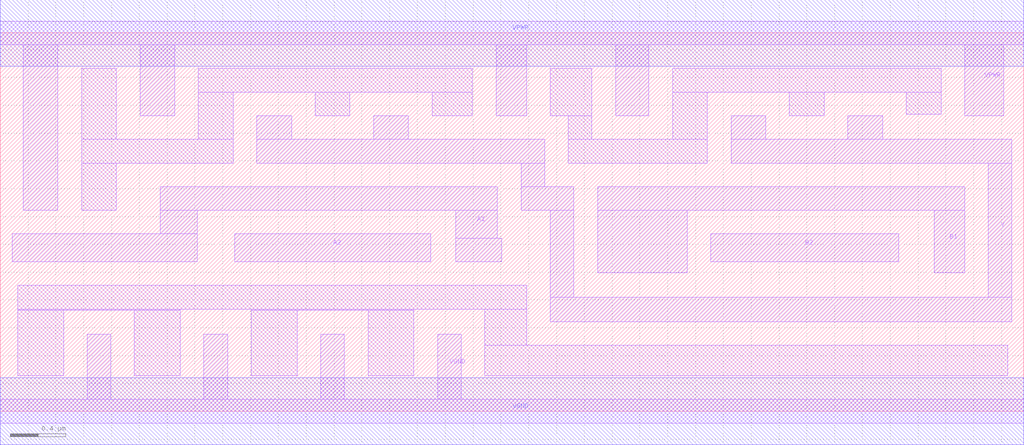
<source format=lef>
# Copyright 2020 The SkyWater PDK Authors
#
# Licensed under the Apache License, Version 2.0 (the "License");
# you may not use this file except in compliance with the License.
# You may obtain a copy of the License at
#
#     https://www.apache.org/licenses/LICENSE-2.0
#
# Unless required by applicable law or agreed to in writing, software
# distributed under the License is distributed on an "AS IS" BASIS,
# WITHOUT WARRANTIES OR CONDITIONS OF ANY KIND, either express or implied.
# See the License for the specific language governing permissions and
# limitations under the License.
#
# SPDX-License-Identifier: Apache-2.0

VERSION 5.5 ;
NAMESCASESENSITIVE ON ;
BUSBITCHARS "[]" ;
DIVIDERCHAR "/" ;
MACRO sky130_fd_sc_hd__o22ai_4
  CLASS CORE ;
  SOURCE USER ;
  ORIGIN  0.000000  0.000000 ;
  SIZE  7.360000 BY  2.720000 ;
  SYMMETRY X Y R90 ;
  SITE unithd ;
  PIN A1
    ANTENNAGATEAREA  0.990000 ;
    DIRECTION INPUT ;
    USE SIGNAL ;
    PORT
      LAYER li1 ;
        RECT 0.085000 1.075000 1.415000 1.275000 ;
        RECT 1.150000 1.275000 1.415000 1.445000 ;
        RECT 1.150000 1.445000 3.575000 1.615000 ;
        RECT 3.275000 1.075000 3.605000 1.245000 ;
        RECT 3.275000 1.245000 3.575000 1.445000 ;
    END
  END A1
  PIN A2
    ANTENNAGATEAREA  0.990000 ;
    DIRECTION INPUT ;
    USE SIGNAL ;
    PORT
      LAYER li1 ;
        RECT 1.685000 1.075000 3.095000 1.275000 ;
    END
  END A2
  PIN B1
    ANTENNAGATEAREA  0.990000 ;
    DIRECTION INPUT ;
    USE SIGNAL ;
    PORT
      LAYER li1 ;
        RECT 4.295000 0.995000 4.940000 1.445000 ;
        RECT 4.295000 1.445000 6.935000 1.615000 ;
        RECT 6.715000 0.995000 6.935000 1.445000 ;
    END
  END B1
  PIN B2
    ANTENNAGATEAREA  0.990000 ;
    DIRECTION INPUT ;
    USE SIGNAL ;
    PORT
      LAYER li1 ;
        RECT 5.110000 1.075000 6.460000 1.275000 ;
    END
  END B2
  PIN Y
    ANTENNADIFFAREA  1.782000 ;
    DIRECTION OUTPUT ;
    USE SIGNAL ;
    PORT
      LAYER li1 ;
        RECT 1.845000 1.785000 3.915000 1.955000 ;
        RECT 1.845000 1.955000 2.095000 2.125000 ;
        RECT 2.685000 1.955000 2.935000 2.125000 ;
        RECT 3.745000 1.445000 4.125000 1.615000 ;
        RECT 3.745000 1.615000 3.915000 1.785000 ;
        RECT 3.955000 0.645000 7.275000 0.820000 ;
        RECT 3.955000 0.820000 4.125000 1.445000 ;
        RECT 5.255000 1.785000 7.275000 1.955000 ;
        RECT 5.255000 1.955000 5.505000 2.125000 ;
        RECT 6.095000 1.955000 6.345000 2.125000 ;
        RECT 7.105000 0.820000 7.275000 1.785000 ;
    END
  END Y
  PIN VGND
    DIRECTION INOUT ;
    SHAPE ABUTMENT ;
    USE GROUND ;
    PORT
      LAYER li1 ;
        RECT 0.000000 -0.085000 7.360000 0.085000 ;
        RECT 0.625000  0.085000 0.795000 0.555000 ;
        RECT 1.465000  0.085000 1.635000 0.555000 ;
        RECT 2.305000  0.085000 2.475000 0.555000 ;
        RECT 3.145000  0.085000 3.315000 0.555000 ;
    END
    PORT
      LAYER met1 ;
        RECT 0.000000 -0.240000 7.360000 0.240000 ;
    END
  END VGND
  PIN VNB
    DIRECTION INOUT ;
    USE GROUND ;
    PORT
    END
  END VNB
  PIN VPB
    DIRECTION INOUT ;
    USE POWER ;
    PORT
    END
  END VPB
  PIN VPWR
    DIRECTION INOUT ;
    SHAPE ABUTMENT ;
    USE POWER ;
    PORT
      LAYER li1 ;
        RECT 0.000000 2.635000 7.360000 2.805000 ;
        RECT 0.165000 1.445000 0.415000 2.635000 ;
        RECT 1.005000 2.125000 1.255000 2.635000 ;
        RECT 3.565000 2.125000 3.785000 2.635000 ;
        RECT 4.425000 2.125000 4.665000 2.635000 ;
        RECT 6.935000 2.125000 7.215000 2.635000 ;
    END
    PORT
      LAYER met1 ;
        RECT 0.000000 2.480000 7.360000 2.960000 ;
    END
  END VPWR
  OBS
    LAYER li1 ;
      RECT 0.125000 0.255000 0.455000 0.725000 ;
      RECT 0.125000 0.725000 1.295000 0.735000 ;
      RECT 0.125000 0.735000 3.785000 0.905000 ;
      RECT 0.585000 1.445000 0.835000 1.785000 ;
      RECT 0.585000 1.785000 1.675000 1.955000 ;
      RECT 0.585000 1.955000 0.835000 2.465000 ;
      RECT 0.965000 0.255000 1.295000 0.725000 ;
      RECT 1.425000 1.955000 1.675000 2.295000 ;
      RECT 1.425000 2.295000 3.395000 2.465000 ;
      RECT 1.805000 0.255000 2.135000 0.725000 ;
      RECT 1.805000 0.725000 2.975000 0.735000 ;
      RECT 2.265000 2.125000 2.515000 2.295000 ;
      RECT 2.645000 0.255000 2.975000 0.725000 ;
      RECT 3.105000 2.125000 3.395000 2.295000 ;
      RECT 3.485000 0.255000 7.245000 0.475000 ;
      RECT 3.485000 0.475000 3.785000 0.735000 ;
      RECT 3.955000 2.125000 4.255000 2.465000 ;
      RECT 4.085000 1.785000 5.085000 1.955000 ;
      RECT 4.085000 1.955000 4.255000 2.125000 ;
      RECT 4.835000 1.955000 5.085000 2.295000 ;
      RECT 4.835000 2.295000 6.765000 2.465000 ;
      RECT 5.675000 2.125000 5.925000 2.295000 ;
      RECT 6.515000 2.135000 6.765000 2.295000 ;
  END
END sky130_fd_sc_hd__o22ai_4
END LIBRARY

</source>
